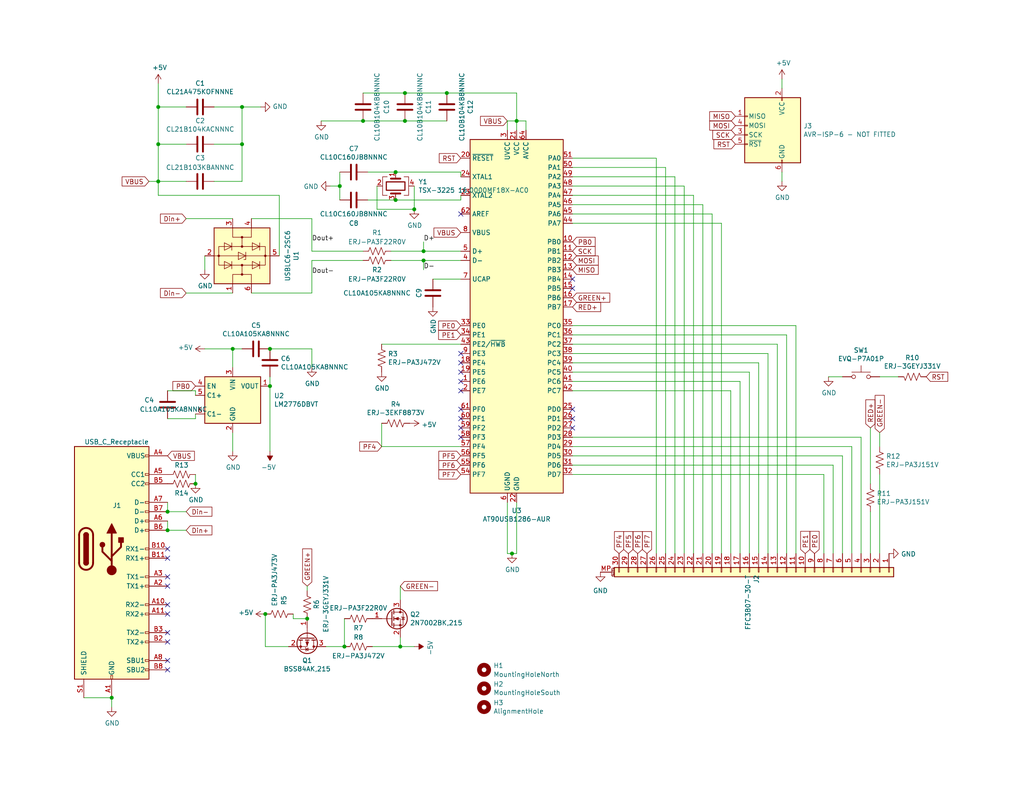
<source format=kicad_sch>
(kicad_sch (version 20211123) (generator eeschema)
  (paper "USLetter")
  (lib_symbols
    (symbol "Connector:AVR-ISP-6" (pin_names (offset 1.016))
      (property "Reference" "J" (at -6.35 11.43 0))
      (property "Value" "AVR-ISP-6" (at 0 11.43 0))
      (symbol "AVR-ISP-6_1_1"
        (pin passive line (at 10.16 5.08 180) (length 2.54) (name "MISO") (number "1"))
        (pin passive line (at -2.54 12.7 270) (length 2.54) (name "VCC") (number "2"))
        (pin passive line (at 10.16 0 180) (length 2.54) (name "SCK") (number "3"))
        (pin passive line (at 10.16 2.54 180) (length 2.54) (name "MOSI") (number "4"))
        (pin passive line (at 10.16 -2.54 180) (length 2.54) (name "~{RST}") (number "5"))
        (pin passive line (at -2.54 -10.16 90) (length 2.54) (name "GND") (number "6"))
      )
    )
    (symbol "Connector:USB_C_Receptacle" (pin_names (offset 1.016))
      (property "Reference" "J" (at -10.16 29.21 0))
      (property "Value" "USB_C_Receptacle" (at 10.16 29.21 0))
      (symbol "USB_C_Receptacle_1_1"
        (pin passive line (at 0 -40.64 90) (length 5.08) (name "GND") (number "A1"))
        (pin bidirectional line (at 15.24 -15.24 180) (length 5.08) (name "RX2-") (number "A10"))
        (pin bidirectional line (at 15.24 -17.78 180) (length 5.08) (name "RX2+") (number "A11"))
        (pin passive line (at 0 -40.64 90) (length 5.08) hide (name "GND") (number "A12"))
        (pin bidirectional line (at 15.24 -10.16 180) (length 5.08) (name "TX1+") (number "A2"))
        (pin bidirectional line (at 15.24 -7.62 180) (length 5.08) (name "TX1-") (number "A3"))
        (pin passive line (at 15.24 25.4 180) (length 5.08) (name "VBUS") (number "A4"))
        (pin bidirectional line (at 15.24 20.32 180) (length 5.08) (name "CC1") (number "A5"))
        (pin bidirectional line (at 15.24 7.62 180) (length 5.08) (name "D+") (number "A6"))
        (pin bidirectional line (at 15.24 12.7 180) (length 5.08) (name "D-") (number "A7"))
        (pin bidirectional line (at 15.24 -30.48 180) (length 5.08) (name "SBU1") (number "A8"))
        (pin passive line (at 15.24 25.4 180) (length 5.08) hide (name "VBUS") (number "A9"))
        (pin passive line (at 0 -40.64 90) (length 5.08) hide (name "GND") (number "B1"))
        (pin bidirectional line (at 15.24 0 180) (length 5.08) (name "RX1-") (number "B10"))
        (pin bidirectional line (at 15.24 -2.54 180) (length 5.08) (name "RX1+") (number "B11"))
        (pin passive line (at 0 -40.64 90) (length 5.08) hide (name "GND") (number "B12"))
        (pin bidirectional line (at 15.24 -25.4 180) (length 5.08) (name "TX2+") (number "B2"))
        (pin bidirectional line (at 15.24 -22.86 180) (length 5.08) (name "TX2-") (number "B3"))
        (pin passive line (at 15.24 25.4 180) (length 5.08) hide (name "VBUS") (number "B4"))
        (pin bidirectional line (at 15.24 17.78 180) (length 5.08) (name "CC2") (number "B5"))
        (pin bidirectional line (at 15.24 5.08 180) (length 5.08) (name "D+") (number "B6"))
        (pin bidirectional line (at 15.24 10.16 180) (length 5.08) (name "D-") (number "B7"))
        (pin bidirectional line (at 15.24 -33.02 180) (length 5.08) (name "SBU2") (number "B8"))
        (pin passive line (at 15.24 25.4 180) (length 5.08) hide (name "VBUS") (number "B9"))
        (pin passive line (at -7.62 -40.64 90) (length 5.08) (name "SHIELD") (number "S1"))
      )
    )
    (symbol "Connector_Generic_MountingPin:Conn_01x30_MountingPin" (pin_names (offset 1.016) hide)
      (property "Reference" "J" (at 0 38.1 0))
      (property "Value" "Conn_01x30_MountingPin" (at 1.27 -40.64 0))
      (symbol "Conn_01x30_MountingPin_1_1"
        (text "Mounting" (at 0 -39.751 0) (effects (font (size 0.381 0.381))))
        (pin passive line (at -5.08 35.56 0) (length 3.81) (name "Pin_1") (number "1"))
        (pin passive line (at -5.08 12.7 0) (length 3.81) (name "Pin_10") (number "10"))
        (pin passive line (at -5.08 10.16 0) (length 3.81) (name "Pin_11") (number "11"))
        (pin passive line (at -5.08 7.62 0) (length 3.81) (name "Pin_12") (number "12"))
        (pin passive line (at -5.08 5.08 0) (length 3.81) (name "Pin_13") (number "13"))
        (pin passive line (at -5.08 2.54 0) (length 3.81) (name "Pin_14") (number "14"))
        (pin passive line (at -5.08 0 0) (length 3.81) (name "Pin_15") (number "15"))
        (pin passive line (at -5.08 -2.54 0) (length 3.81) (name "Pin_16") (number "16"))
        (pin passive line (at -5.08 -5.08 0) (length 3.81) (name "Pin_17") (number "17"))
        (pin passive line (at -5.08 -7.62 0) (length 3.81) (name "Pin_18") (number "18"))
        (pin passive line (at -5.08 -10.16 0) (length 3.81) (name "Pin_19") (number "19"))
        (pin passive line (at -5.08 33.02 0) (length 3.81) (name "Pin_2") (number "2"))
        (pin passive line (at -5.08 -12.7 0) (length 3.81) (name "Pin_20") (number "20"))
        (pin passive line (at -5.08 -15.24 0) (length 3.81) (name "Pin_21") (number "21"))
        (pin passive line (at -5.08 -17.78 0) (length 3.81) (name "Pin_22") (number "22"))
        (pin passive line (at -5.08 -20.32 0) (length 3.81) (name "Pin_23") (number "23"))
        (pin passive line (at -5.08 -22.86 0) (length 3.81) (name "Pin_24") (number "24"))
        (pin passive line (at -5.08 -25.4 0) (length 3.81) (name "Pin_25") (number "25"))
        (pin passive line (at -5.08 -27.94 0) (length 3.81) (name "Pin_26") (number "26"))
        (pin passive line (at -5.08 -30.48 0) (length 3.81) (name "Pin_27") (number "27"))
        (pin passive line (at -5.08 -33.02 0) (length 3.81) (name "Pin_28") (number "28"))
        (pin passive line (at -5.08 -35.56 0) (length 3.81) (name "Pin_29") (number "29"))
        (pin passive line (at -5.08 30.48 0) (length 3.81) (name "Pin_3") (number "3"))
        (pin passive line (at -5.08 -38.1 0) (length 3.81) (name "Pin_30") (number "30"))
        (pin passive line (at -5.08 27.94 0) (length 3.81) (name "Pin_4") (number "4"))
        (pin passive line (at -5.08 25.4 0) (length 3.81) (name "Pin_5") (number "5"))
        (pin passive line (at -5.08 22.86 0) (length 3.81) (name "Pin_6") (number "6"))
        (pin passive line (at -5.08 20.32 0) (length 3.81) (name "Pin_7") (number "7"))
        (pin passive line (at -5.08 17.78 0) (length 3.81) (name "Pin_8") (number "8"))
        (pin passive line (at -5.08 15.24 0) (length 3.81) (name "Pin_9") (number "9"))
        (pin passive line (at 0 -43.18 90) (length 3.048) (name "MountPin") (number "MP"))
      )
    )
    (symbol "Device:C" (pin_numbers hide) (pin_names (offset 0.254))
      (property "Reference" "C" (at 0.635 2.54 0))
      (property "Value" "C" (at 0.635 -2.54 0))
      (symbol "C_1_1"
        (pin passive line (at 0 3.81 270) (length 2.794) (name "~") (number "1"))
        (pin passive line (at 0 -3.81 90) (length 2.794) (name "~") (number "2"))
      )
    )
    (symbol "Device:Crystal_GND24" (pin_names (offset 1.016) hide)
      (property "Reference" "Y" (at 3.175 5.08 0))
      (property "Value" "Crystal_GND24" (at 3.175 3.175 0))
      (symbol "Crystal_GND24_1_1"
        (pin passive line (at -3.81 0 0) (length 1.27) (name "1") (number "1"))
        (pin passive line (at 0 5.08 270) (length 1.27) (name "2") (number "2"))
        (pin passive line (at 3.81 0 180) (length 1.27) (name "3") (number "3"))
        (pin passive line (at 0 -5.08 90) (length 1.27) (name "4") (number "4"))
      )
    )
    (symbol "Device:R_US" (pin_numbers hide) (pin_names (offset 0))
      (property "Reference" "R" (at 2.54 0 90))
      (property "Value" "R_US" (at -2.54 0 90))
      (symbol "R_US_1_1"
        (pin passive line (at 0 3.81 270) (length 1.27) (name "~") (number "1"))
        (pin passive line (at 0 -3.81 90) (length 1.27) (name "~") (number "2"))
      )
    )
    (symbol "MCU_Microchip_AVR:AT90USB1286-A"
      (property "Reference" "U" (at -12.7 49.53 0))
      (property "Value" "AT90USB1286-A" (at 2.54 -49.53 0))
      (symbol "AT90USB1286-A_1_1"
        (pin bidirectional line (at -15.24 -17.78 0) (length 2.54) (name "PE6") (number "1"))
        (pin bidirectional line (at 15.24 20.32 180) (length 2.54) (name "PB0") (number "10"))
        (pin bidirectional line (at 15.24 17.78 180) (length 2.54) (name "PB1") (number "11"))
        (pin bidirectional line (at 15.24 15.24 180) (length 2.54) (name "PB2") (number "12"))
        (pin bidirectional line (at 15.24 12.7 180) (length 2.54) (name "PB3") (number "13"))
        (pin bidirectional line (at 15.24 10.16 180) (length 2.54) (name "PB4") (number "14"))
        (pin bidirectional line (at 15.24 7.62 180) (length 2.54) (name "PB5") (number "15"))
        (pin bidirectional line (at 15.24 5.08 180) (length 2.54) (name "PB6") (number "16"))
        (pin bidirectional line (at 15.24 2.54 180) (length 2.54) (name "PB7") (number "17"))
        (pin bidirectional line (at -15.24 -12.7 0) (length 2.54) (name "PE4") (number "18"))
        (pin bidirectional line (at -15.24 -15.24 0) (length 2.54) (name "PE5") (number "19"))
        (pin bidirectional line (at -15.24 -20.32 0) (length 2.54) (name "PE7") (number "2"))
        (pin input line (at -15.24 43.18 0) (length 2.54) (name "~{RESET}") (number "20"))
        (pin power_in line (at 0 50.8 270) (length 2.54) (name "VCC") (number "21"))
        (pin power_in line (at 0 -50.8 90) (length 2.54) (name "GND") (number "22"))
        (pin output line (at -15.24 33.02 0) (length 2.54) (name "XTAL2") (number "23"))
        (pin input line (at -15.24 38.1 0) (length 2.54) (name "XTAL1") (number "24"))
        (pin bidirectional line (at 15.24 -25.4 180) (length 2.54) (name "PD0") (number "25"))
        (pin bidirectional line (at 15.24 -27.94 180) (length 2.54) (name "PD1") (number "26"))
        (pin bidirectional line (at 15.24 -30.48 180) (length 2.54) (name "PD2") (number "27"))
        (pin bidirectional line (at 15.24 -33.02 180) (length 2.54) (name "PD3") (number "28"))
        (pin bidirectional line (at 15.24 -35.56 180) (length 2.54) (name "PD4") (number "29"))
        (pin power_in line (at -2.54 50.8 270) (length 2.54) (name "UVCC") (number "3"))
        (pin bidirectional line (at 15.24 -38.1 180) (length 2.54) (name "PD5") (number "30"))
        (pin bidirectional line (at 15.24 -40.64 180) (length 2.54) (name "PD6") (number "31"))
        (pin bidirectional line (at 15.24 -43.18 180) (length 2.54) (name "PD7") (number "32"))
        (pin bidirectional line (at -15.24 -2.54 0) (length 2.54) (name "PE0") (number "33"))
        (pin bidirectional line (at -15.24 -5.08 0) (length 2.54) (name "PE1") (number "34"))
        (pin bidirectional line (at 15.24 -2.54 180) (length 2.54) (name "PC0") (number "35"))
        (pin bidirectional line (at 15.24 -5.08 180) (length 2.54) (name "PC1") (number "36"))
        (pin bidirectional line (at 15.24 -7.62 180) (length 2.54) (name "PC2") (number "37"))
        (pin bidirectional line (at 15.24 -10.16 180) (length 2.54) (name "PC3") (number "38"))
        (pin bidirectional line (at 15.24 -12.7 180) (length 2.54) (name "PC4") (number "39"))
        (pin bidirectional line (at -15.24 15.24 0) (length 2.54) (name "D-") (number "4"))
        (pin bidirectional line (at 15.24 -15.24 180) (length 2.54) (name "PC5") (number "40"))
        (pin bidirectional line (at 15.24 -17.78 180) (length 2.54) (name "PC6") (number "41"))
        (pin bidirectional line (at 15.24 -20.32 180) (length 2.54) (name "PC7") (number "42"))
        (pin bidirectional line (at -15.24 -7.62 0) (length 2.54) (name "PE2/~{HWB}") (number "43"))
        (pin bidirectional line (at 15.24 25.4 180) (length 2.54) (name "PA7") (number "44"))
        (pin bidirectional line (at 15.24 27.94 180) (length 2.54) (name "PA6") (number "45"))
        (pin bidirectional line (at 15.24 30.48 180) (length 2.54) (name "PA5") (number "46"))
        (pin bidirectional line (at 15.24 33.02 180) (length 2.54) (name "PA4") (number "47"))
        (pin bidirectional line (at 15.24 35.56 180) (length 2.54) (name "PA3") (number "48"))
        (pin bidirectional line (at 15.24 38.1 180) (length 2.54) (name "PA2") (number "49"))
        (pin bidirectional line (at -15.24 17.78 0) (length 2.54) (name "D+") (number "5"))
        (pin bidirectional line (at 15.24 40.64 180) (length 2.54) (name "PA1") (number "50"))
        (pin bidirectional line (at 15.24 43.18 180) (length 2.54) (name "PA0") (number "51"))
        (pin passive line (at 0 50.8 270) (length 2.54) hide (name "VCC") (number "52"))
        (pin passive line (at 0 -50.8 90) (length 2.54) hide (name "GND") (number "53"))
        (pin bidirectional line (at -15.24 -43.18 0) (length 2.54) (name "PF7") (number "54"))
        (pin bidirectional line (at -15.24 -40.64 0) (length 2.54) (name "PF6") (number "55"))
        (pin bidirectional line (at -15.24 -38.1 0) (length 2.54) (name "PF5") (number "56"))
        (pin bidirectional line (at -15.24 -35.56 0) (length 2.54) (name "PF4") (number "57"))
        (pin bidirectional line (at -15.24 -33.02 0) (length 2.54) (name "PF3") (number "58"))
        (pin bidirectional line (at -15.24 -30.48 0) (length 2.54) (name "PF2") (number "59"))
        (pin power_in line (at -2.54 -50.8 90) (length 2.54) (name "UGND") (number "6"))
        (pin bidirectional line (at -15.24 -27.94 0) (length 2.54) (name "PF1") (number "60"))
        (pin bidirectional line (at -15.24 -25.4 0) (length 2.54) (name "PF0") (number "61"))
        (pin passive line (at -15.24 27.94 0) (length 2.54) (name "AREF") (number "62"))
        (pin passive line (at 0 -50.8 90) (length 2.54) hide (name "GND") (number "63"))
        (pin power_in line (at 2.54 50.8 270) (length 2.54) (name "AVCC") (number "64"))
        (pin passive line (at -15.24 10.16 0) (length 2.54) (name "UCAP") (number "7"))
        (pin input line (at -15.24 22.86 0) (length 2.54) (name "VBUS") (number "8"))
        (pin bidirectional line (at -15.24 -10.16 0) (length 2.54) (name "PE3") (number "9"))
      )
    )
    (symbol "Mechanical:MountingHole" (pin_names (offset 1.016))
      (property "Reference" "H" (at 0 5.08 0))
      (property "Value" "MountingHole" (at 0 3.175 0))
    )
    (symbol "Power_Protection:USBLC6-2SC6" (pin_names hide)
      (property "Reference" "U" (at 2.54 8.89 0))
      (property "Value" "USBLC6-2SC6" (at 2.54 -8.89 0))
      (symbol "USBLC6-2SC6_1_1"
        (pin passive line (at -10.16 -2.54 0) (length 2.54) (name "I/O1") (number "1"))
        (pin passive line (at 0 -10.16 90) (length 2.54) (name "GND") (number "2"))
        (pin passive line (at 10.16 -2.54 180) (length 2.54) (name "I/O2") (number "3"))
        (pin passive line (at 10.16 2.54 180) (length 2.54) (name "I/O2") (number "4"))
        (pin passive line (at 0 10.16 270) (length 2.54) (name "VBUS") (number "5"))
        (pin passive line (at -10.16 2.54 0) (length 2.54) (name "I/O1") (number "6"))
      )
    )
    (symbol "Regulator_SwitchedCapacitor:LM2776"
      (property "Reference" "U" (at -6.35 6.35 0))
      (property "Value" "LM2776" (at 1.27 6.35 0))
      (symbol "LM2776_1_1"
        (pin power_out line (at 10.16 2.54 180) (length 2.54) (name "VOUT") (number "1"))
        (pin power_in line (at 0 -10.16 90) (length 2.54) (name "GND") (number "2"))
        (pin power_in line (at 0 7.62 270) (length 2.54) (name "VIN") (number "3"))
        (pin input line (at -10.16 2.54 0) (length 2.54) (name "EN") (number "4"))
        (pin passive line (at -10.16 0 0) (length 2.54) (name "C1+") (number "5"))
        (pin passive line (at -10.16 -5.08 0) (length 2.54) (name "C1-") (number "6"))
      )
    )
    (symbol "Switch:SW_Push" (pin_numbers hide) (pin_names (offset 1.016) hide)
      (property "Reference" "SW" (at 1.27 2.54 0))
      (property "Value" "SW_Push" (at 0 -1.524 0))
      (symbol "SW_Push_0_1"
        (pin passive line (at -5.08 0 0) (length 2.54) (name "1") (number "1"))
        (pin passive line (at 5.08 0 180) (length 2.54) (name "2") (number "2"))
      )
    )
    (symbol "Transistor_FET:2N7002" (pin_names hide)
      (property "Reference" "Q" (at 5.08 1.905 0))
      (property "Value" "2N7002" (at 5.08 0 0))
      (symbol "2N7002_1_1"
        (pin input line (at -5.08 0 0) (length 2.54) (name "G") (number "1"))
        (pin passive line (at 2.54 -5.08 90) (length 2.54) (name "S") (number "2"))
        (pin passive line (at 2.54 5.08 270) (length 2.54) (name "D") (number "3"))
      )
    )
    (symbol "Transistor_FET:BSS84" (pin_names hide)
      (property "Reference" "Q" (at 5.08 1.905 0))
      (property "Value" "BSS84" (at 5.08 0 0))
      (symbol "BSS84_1_1"
        (pin input line (at -5.08 0 0) (length 2.54) (name "G") (number "1"))
        (pin passive line (at 2.54 -5.08 90) (length 2.54) (name "S") (number "2"))
        (pin passive line (at 2.54 5.08 270) (length 2.54) (name "D") (number "3"))
      )
    )
    (symbol "power:+5V" (power) (pin_names (offset 0))
      (property "Value" "+5V" (at 0 3.556 0))
      (symbol "+5V_1_1"
        (pin power_in line (at 0 0 90) (length 0) hide (name "+5V") (number "1"))
      )
    )
    (symbol "power:-5V" (power) (pin_names (offset 0))
      (property "Value" "-5V" (at 0 3.81 0))
      (symbol "-5V_0_0"
        (pin power_in line (at 0 0 90) (length 0) hide (name "-5V") (number "1"))
      )
    )
    (symbol "power:GND" (power) (pin_names (offset 0))
      (property "Value" "GND" (at 0 -3.81 0))
      (symbol "GND_1_1"
        (pin power_in line (at 0 0 270) (length 0) hide (name "GND") (number "1"))
      )
    )
  )
  (junction (at 53.34 132.08))
  (junction (at 121.92 25.4))
  (junction (at 115.57 68.58))
  (junction (at 72.39 167.64))
  (junction (at 113.03 57.15))
  (junction (at 92.71 50.8))
  (junction (at 66.04 29.21))
  (junction (at 107.95 54.61))
  (junction (at 45.72 139.7))
  (junction (at 30.48 190.5))
  (junction (at 83.82 168.91))
  (junction (at 107.95 46.99))
  (junction (at 66.04 39.37))
  (junction (at 109.22 176.53))
  (junction (at 63.5 95.25))
  (junction (at 115.57 71.12))
  (junction (at 110.49 25.4))
  (junction (at 99.06 33.02))
  (junction (at 43.18 39.37))
  (junction (at 43.18 29.21))
  (junction (at 43.18 49.53))
  (junction (at 73.66 95.25))
  (junction (at 73.66 105.41))
  (junction (at 110.49 33.02))
  (junction (at 140.97 33.02))
  (junction (at 139.7 151.13))
  (junction (at 45.72 144.78))
  (junction (at 93.98 176.53))
  (no_connect (at 45.72 149.86))
  (no_connect (at 45.72 152.4))
  (no_connect (at 45.72 165.1))
  (no_connect (at 156.21 116.84))
  (no_connect (at 125.73 101.6))
  (no_connect (at 156.21 111.76))
  (no_connect (at 125.73 119.38))
  (no_connect (at 156.21 78.74))
  (no_connect (at 125.73 111.76))
  (no_connect (at 125.73 116.84))
  (no_connect (at 125.73 96.52))
  (no_connect (at 45.72 175.26))
  (no_connect (at 45.72 172.72))
  (no_connect (at 45.72 180.34))
  (no_connect (at 45.72 182.88))
  (no_connect (at 45.72 157.48))
  (no_connect (at 45.72 167.64))
  (no_connect (at 45.72 160.02))
  (no_connect (at 156.21 76.2))
  (no_connect (at 125.73 106.68))
  (no_connect (at 125.73 58.42))
  (no_connect (at 156.21 114.3))
  (no_connect (at 125.73 99.06))
  (no_connect (at 125.73 104.14))
  (no_connect (at 125.73 114.3))
  (wire (pts (xy 234.95 119.38) (xy 156.21 119.38)))
  (wire (pts (xy 68.58 59.69) (xy 85.09 59.69)))
  (wire (pts (xy 115.57 66.04) (xy 115.57 68.58)))
  (wire (pts (xy 53.34 114.3) (xy 45.72 114.3)))
  (wire (pts (xy 110.49 33.02) (xy 121.92 33.02)))
  (wire (pts (xy 213.36 21.59) (xy 213.36 24.13)))
  (wire (pts (xy 102.87 57.15) (xy 113.03 57.15)))
  (wire (pts (xy 83.82 161.29) (xy 83.82 160.02)))
  (wire (pts (xy 115.57 68.58) (xy 106.68 68.58)))
  (wire (pts (xy 213.36 49.53) (xy 213.36 46.99)))
  (wire (pts (xy 53.34 132.08) (xy 53.34 129.54)))
  (wire (pts (xy 140.97 137.16) (xy 140.97 151.13)))
  (wire (pts (xy 107.95 46.99) (xy 125.73 46.99)))
  (wire (pts (xy 125.73 46.99) (xy 125.73 48.26)))
  (wire (pts (xy 217.17 151.13) (xy 217.17 88.9)))
  (wire (pts (xy 99.06 33.02) (xy 110.49 33.02)))
  (wire (pts (xy 109.22 176.53) (xy 113.03 176.53)))
  (wire (pts (xy 101.6 176.53) (xy 109.22 176.53)))
  (wire (pts (xy 207.01 99.06) (xy 156.21 99.06)))
  (wire (pts (xy 76.2 53.34) (xy 76.2 69.85)))
  (wire (pts (xy 140.97 33.02) (xy 138.43 33.02)))
  (wire (pts (xy 191.77 55.88) (xy 156.21 55.88)))
  (wire (pts (xy 73.66 123.19) (xy 73.66 105.41)))
  (wire (pts (xy 204.47 101.6) (xy 156.21 101.6)))
  (wire (pts (xy 90.17 50.8) (xy 92.71 50.8)))
  (wire (pts (xy 55.88 69.85) (xy 55.88 73.66)))
  (wire (pts (xy 237.49 116.84) (xy 237.49 132.08)))
  (wire (pts (xy 85.09 95.25) (xy 85.09 100.33)))
  (wire (pts (xy 87.63 33.02) (xy 99.06 33.02)))
  (wire (pts (xy 43.18 49.53) (xy 40.64 49.53)))
  (wire (pts (xy 186.69 151.13) (xy 186.69 50.8)))
  (wire (pts (xy 50.8 80.01) (xy 63.5 80.01)))
  (wire (pts (xy 201.93 151.13) (xy 201.93 104.14)))
  (wire (pts (xy 83.82 168.91) (xy 80.01 168.91)))
  (wire (pts (xy 181.61 45.72) (xy 156.21 45.72)))
  (wire (pts (xy 104.14 115.57) (xy 104.14 121.92)))
  (wire (pts (xy 85.09 80.01) (xy 85.09 71.12)))
  (wire (pts (xy 196.85 60.96) (xy 156.21 60.96)))
  (wire (pts (xy 194.31 151.13) (xy 194.31 58.42)))
  (wire (pts (xy 63.5 100.33) (xy 63.5 95.25)))
  (wire (pts (xy 68.58 80.01) (xy 85.09 80.01)))
  (wire (pts (xy 125.73 54.61) (xy 125.73 53.34)))
  (wire (pts (xy 138.43 33.02) (xy 138.43 35.56)))
  (wire (pts (xy 43.18 49.53) (xy 43.18 53.34)))
  (wire (pts (xy 88.9 176.53) (xy 93.98 176.53)))
  (wire (pts (xy 237.49 139.7) (xy 237.49 151.13)))
  (wire (pts (xy 45.72 144.78) (xy 50.8 144.78)))
  (wire (pts (xy 66.04 39.37) (xy 66.04 29.21)))
  (wire (pts (xy 85.09 59.69) (xy 85.09 68.58)))
  (wire (pts (xy 93.98 168.91) (xy 93.98 176.53)))
  (wire (pts (xy 78.74 176.53) (xy 72.39 176.53)))
  (wire (pts (xy 45.72 142.24) (xy 45.72 144.78)))
  (wire (pts (xy 199.39 106.68) (xy 156.21 106.68)))
  (wire (pts (xy 196.85 151.13) (xy 196.85 60.96)))
  (wire (pts (xy 115.57 71.12) (xy 115.57 73.66)))
  (wire (pts (xy 212.09 151.13) (xy 212.09 93.98)))
  (wire (pts (xy 209.55 151.13) (xy 209.55 96.52)))
  (wire (pts (xy 232.41 121.92) (xy 156.21 121.92)))
  (wire (pts (xy 104.14 93.98) (xy 125.73 93.98)))
  (wire (pts (xy 214.63 91.44) (xy 156.21 91.44)))
  (wire (pts (xy 22.86 190.5) (xy 30.48 190.5)))
  (wire (pts (xy 240.03 121.92) (xy 240.03 118.11)))
  (wire (pts (xy 138.43 151.13) (xy 139.7 151.13)))
  (wire (pts (xy 179.07 151.13) (xy 179.07 43.18)))
  (wire (pts (xy 184.15 48.26) (xy 156.21 48.26)))
  (wire (pts (xy 204.47 151.13) (xy 204.47 101.6)))
  (wire (pts (xy 106.68 71.12) (xy 115.57 71.12)))
  (wire (pts (xy 140.97 151.13) (xy 139.7 151.13)))
  (wire (pts (xy 191.77 151.13) (xy 191.77 55.88)))
  (wire (pts (xy 232.41 151.13) (xy 232.41 121.92)))
  (wire (pts (xy 58.42 39.37) (xy 66.04 39.37)))
  (wire (pts (xy 184.15 151.13) (xy 184.15 48.26)))
  (wire (pts (xy 143.51 33.02) (xy 140.97 33.02)))
  (wire (pts (xy 109.22 176.53) (xy 109.22 173.99)))
  (wire (pts (xy 102.87 50.8) (xy 102.87 57.15)))
  (wire (pts (xy 138.43 137.16) (xy 138.43 151.13)))
  (wire (pts (xy 189.23 151.13) (xy 189.23 53.34)))
  (wire (pts (xy 45.72 137.16) (xy 45.72 139.7)))
  (wire (pts (xy 240.03 151.13) (xy 240.03 129.54)))
  (wire (pts (xy 53.34 113.03) (xy 53.34 114.3)))
  (wire (pts (xy 224.79 151.13) (xy 224.79 129.54)))
  (wire (pts (xy 109.22 163.83) (xy 109.22 160.02)))
  (wire (pts (xy 224.79 129.54) (xy 156.21 129.54)))
  (wire (pts (xy 207.01 151.13) (xy 207.01 99.06)))
  (wire (pts (xy 53.34 107.95) (xy 53.34 106.68)))
  (wire (pts (xy 73.66 105.41) (xy 73.66 102.87)))
  (wire (pts (xy 72.39 176.53) (xy 72.39 167.64)))
  (wire (pts (xy 118.11 76.2) (xy 125.73 76.2)))
  (wire (pts (xy 199.39 151.13) (xy 199.39 106.68)))
  (wire (pts (xy 66.04 49.53) (xy 66.04 39.37)))
  (wire (pts (xy 43.18 22.86) (xy 43.18 29.21)))
  (wire (pts (xy 110.49 25.4) (xy 121.92 25.4)))
  (wire (pts (xy 99.06 25.4) (xy 110.49 25.4)))
  (wire (pts (xy 234.95 151.13) (xy 234.95 119.38)))
  (wire (pts (xy 209.55 96.52) (xy 156.21 96.52)))
  (wire (pts (xy 92.71 50.8) (xy 92.71 46.99)))
  (wire (pts (xy 186.69 50.8) (xy 156.21 50.8)))
  (wire (pts (xy 63.5 123.19) (xy 63.5 118.11)))
  (wire (pts (xy 121.92 25.4) (xy 140.97 25.4)))
  (wire (pts (xy 50.8 49.53) (xy 43.18 49.53)))
  (wire (pts (xy 53.34 106.68) (xy 45.72 106.68)))
  (wire (pts (xy 143.51 33.02) (xy 143.51 35.56)))
  (wire (pts (xy 140.97 25.4) (xy 140.97 33.02)))
  (wire (pts (xy 43.18 29.21) (xy 43.18 39.37)))
  (wire (pts (xy 227.33 151.13) (xy 227.33 127)))
  (wire (pts (xy 194.31 58.42) (xy 156.21 58.42)))
  (wire (pts (xy 63.5 95.25) (xy 66.04 95.25)))
  (wire (pts (xy 240.03 102.87) (xy 245.11 102.87)))
  (wire (pts (xy 45.72 139.7) (xy 50.8 139.7)))
  (wire (pts (xy 140.97 33.02) (xy 140.97 35.56)))
  (wire (pts (xy 201.93 104.14) (xy 156.21 104.14)))
  (wire (pts (xy 85.09 71.12) (xy 99.06 71.12)))
  (wire (pts (xy 50.8 59.69) (xy 63.5 59.69)))
  (wire (pts (xy 115.57 71.12) (xy 125.73 71.12)))
  (wire (pts (xy 113.03 57.15) (xy 113.03 50.8)))
  (wire (pts (xy 217.17 88.9) (xy 156.21 88.9)))
  (wire (pts (xy 85.09 68.58) (xy 99.06 68.58)))
  (wire (pts (xy 229.87 124.46) (xy 229.87 151.13)))
  (wire (pts (xy 73.66 95.25) (xy 85.09 95.25)))
  (wire (pts (xy 92.71 50.8) (xy 92.71 54.61)))
  (wire (pts (xy 107.95 54.61) (xy 100.33 54.61)))
  (wire (pts (xy 55.88 95.25) (xy 63.5 95.25)))
  (wire (pts (xy 107.95 54.61) (xy 125.73 54.61)))
  (wire (pts (xy 58.42 49.53) (xy 66.04 49.53)))
  (wire (pts (xy 76.2 53.34) (xy 43.18 53.34)))
  (wire (pts (xy 125.73 68.58) (xy 115.57 68.58)))
  (wire (pts (xy 156.21 124.46) (xy 229.87 124.46)))
  (wire (pts (xy 58.42 29.21) (xy 66.04 29.21)))
  (wire (pts (xy 43.18 39.37) (xy 43.18 49.53)))
  (wire (pts (xy 181.61 151.13) (xy 181.61 45.72)))
  (wire (pts (xy 104.14 121.92) (xy 125.73 121.92)))
  (wire (pts (xy 66.04 29.21) (xy 71.12 29.21)))
  (wire (pts (xy 50.8 39.37) (xy 43.18 39.37)))
  (wire (pts (xy 80.01 168.91) (xy 80.01 167.64)))
  (wire (pts (xy 189.23 53.34) (xy 156.21 53.34)))
  (wire (pts (xy 43.18 29.21) (xy 50.8 29.21)))
  (wire (pts (xy 107.95 46.99) (xy 100.33 46.99)))
  (wire (pts (xy 227.33 127) (xy 156.21 127)))
  (wire (pts (xy 179.07 43.18) (xy 156.21 43.18)))
  (wire (pts (xy 214.63 151.13) (xy 214.63 91.44)))
  (wire (pts (xy 212.09 93.98) (xy 156.21 93.98)))
  (wire (pts (xy 229.87 102.87) (xy 226.06 102.87)))
  (wire (pts (xy 30.48 190.5) (xy 30.48 193.04)))
  (label "D+" (at 115.57 66.04 0))
  (label "D-" (at 115.57 73.66 0))
  (label "Dout-" (at 85.09 74.93 0))
  (label "Dout+" (at 85.09 66.04 0))
  (global_label "PF6" (shape input) (at 125.73 127 180) (property "Intersheet References" "${INTERSHEET_REFS}" (effects hide)))
  (global_label "PF5" (shape input) (at 171.45 151.13 90) (property "Intersheet References" "${INTERSHEET_REFS}" (effects hide)))
  (global_label "SCK" (shape input) (at 200.66 36.83 180) (property "Intersheet References" "${INTERSHEET_REFS}" (effects hide)))
  (global_label "MISO" (shape input) (at 200.66 31.75 180) (property "Intersheet References" "${INTERSHEET_REFS}" (effects hide)))
  (global_label "PB0" (shape input) (at 53.34 105.41 180) (property "Intersheet References" "${INTERSHEET_REFS}" (effects hide)))
  (global_label "Din+" (shape input) (at 50.8 144.78 0) (property "Intersheet References" "${INTERSHEET_REFS}" (effects hide)))
  (global_label "Din-" (shape input) (at 50.8 80.01 180) (property "Intersheet References" "${INTERSHEET_REFS}" (effects hide)))
  (global_label "SCK" (shape input) (at 156.21 68.58 0) (property "Intersheet References" "${INTERSHEET_REFS}" (effects hide)))
  (global_label "RED+" (shape input) (at 156.21 83.82 0) (property "Intersheet References" "${INTERSHEET_REFS}" (effects hide)))
  (global_label "RST" (shape input) (at 125.73 43.18 180) (property "Intersheet References" "${INTERSHEET_REFS}" (effects hide)))
  (global_label "PF4" (shape input) (at 104.14 121.92 180) (property "Intersheet References" "${INTERSHEET_REFS}" (effects hide)))
  (global_label "RED+" (shape input) (at 237.49 116.84 90) (property "Intersheet References" "${INTERSHEET_REFS}" (effects hide)))
  (global_label "VBUS" (shape input) (at 40.64 49.53 180) (property "Intersheet References" "${INTERSHEET_REFS}" (effects hide)))
  (global_label "Din+" (shape input) (at 50.8 59.69 180) (property "Intersheet References" "${INTERSHEET_REFS}" (effects hide)))
  (global_label "VBUS" (shape input) (at 138.43 33.02 180) (property "Intersheet References" "${INTERSHEET_REFS}" (effects hide)))
  (global_label "GREEN-" (shape input) (at 240.03 118.11 90) (property "Intersheet References" "${INTERSHEET_REFS}" (effects hide)))
  (global_label "PB0" (shape input) (at 156.21 66.04 0) (property "Intersheet References" "${INTERSHEET_REFS}" (effects hide)))
  (global_label "RST" (shape input) (at 252.73 102.87 0) (property "Intersheet References" "${INTERSHEET_REFS}" (effects hide)))
  (global_label "PE1" (shape input) (at 219.71 151.13 90) (property "Intersheet References" "${INTERSHEET_REFS}" (effects hide)))
  (global_label "GREEN+" (shape input) (at 156.21 81.28 0) (property "Intersheet References" "${INTERSHEET_REFS}" (effects hide)))
  (global_label "VBUS" (shape input) (at 125.73 63.5 180) (property "Intersheet References" "${INTERSHEET_REFS}" (effects hide)))
  (global_label "PE0" (shape input) (at 222.25 151.13 90) (property "Intersheet References" "${INTERSHEET_REFS}" (effects hide)))
  (global_label "PF7" (shape input) (at 176.53 151.13 90) (property "Intersheet References" "${INTERSHEET_REFS}" (effects hide)))
  (global_label "PE1" (shape input) (at 125.73 91.44 180) (property "Intersheet References" "${INTERSHEET_REFS}" (effects hide)))
  (global_label "PF7" (shape input) (at 125.73 129.54 180) (property "Intersheet References" "${INTERSHEET_REFS}" (effects hide)))
  (global_label "GREEN+" (shape input) (at 83.82 160.02 90) (property "Intersheet References" "${INTERSHEET_REFS}" (effects hide)))
  (global_label "PF6" (shape input) (at 173.99 151.13 90) (property "Intersheet References" "${INTERSHEET_REFS}" (effects hide)))
  (global_label "PF5" (shape input) (at 125.73 124.46 180) (property "Intersheet References" "${INTERSHEET_REFS}" (effects hide)))
  (global_label "Din-" (shape input) (at 50.8 139.7 0) (property "Intersheet References" "${INTERSHEET_REFS}" (effects hide)))
  (global_label "VBUS" (shape input) (at 45.72 124.46 0) (property "Intersheet References" "${INTERSHEET_REFS}" (effects hide)))
  (global_label "RST" (shape input) (at 200.66 39.37 180) (property "Intersheet References" "${INTERSHEET_REFS}" (effects hide)))
  (global_label "GREEN-" (shape input) (at 109.22 160.02 0) (property "Intersheet References" "${INTERSHEET_REFS}" (effects hide)))
  (global_label "MOSI" (shape input) (at 156.21 71.12 0) (property "Intersheet References" "${INTERSHEET_REFS}" (effects hide)))
  (global_label "PE0" (shape input) (at 125.73 88.9 180) (property "Intersheet References" "${INTERSHEET_REFS}" (effects hide)))
  (global_label "MISO" (shape input) (at 156.21 73.66 0) (property "Intersheet References" "${INTERSHEET_REFS}" (effects hide)))
  (global_label "MOSI" (shape input) (at 200.66 34.29 180) (property "Intersheet References" "${INTERSHEET_REFS}" (effects hide)))
  (global_label "PF4" (shape input) (at 168.91 151.13 90) (property "Intersheet References" "${INTERSHEET_REFS}" (effects hide)))
  (symbol (lib_id "MCU_Microchip_AVR:AT90USB1286-A") (at 140.97 86.36 0) (unit 1)
    (property "Reference" "U3" (at 140.97 139.4206 0))
    (property "Value" "AT90USB1286-AUR" (at 140.97 141.732 0))
    (property "Footprint" "Package_QFP:TQFP-64_14x14mm_P0.8mm" (effects hide))
    (property "Datasheet" "http://ww1.microchip.com/downloads/en/DeviceDoc/doc7593.pdf" (effects hide))
    (property "MPN" "AT90USB1286-AUR" (effects hide))
  )
  (symbol (lib_id "Connector:AVR-ISP-6") (at 210.82 36.83 0) (mirror y) (unit 1) (in_bom no)
    (property "Reference" "J3" (at 219.202 34.3916 0) (effects (justify right)))
    (property "Value" "AVR-ISP-6 - NOT FITTED" (at 219.202 36.703 0) (effects (justify right)))
    (property "Footprint" "Connector_IDC:IDC-Header_2x03_P2.54mm_Vertical" (effects hide))
    (property "Datasheet" " ~" (effects hide))
    (property "MPN" "AVR-ISP-6 - NOT FITTED" (effects hide))
  )
  (symbol (lib_id "Connector:USB_C_Receptacle") (at 30.48 149.86 0) (unit 1)
    (property "Reference" "J1" (at 31.9278 137.9982 0))
    (property "Value" "USB_C_Receptacle" (at 40.64 120.65 0) (effects (justify right)))
    (property "Footprint" "Connector_USB:USB_C_Receptacle_Amphenol_12401610E4-2A" (effects hide))
    (property "Datasheet" "https://cdn.amphenol-cs.com/media/wysiwyg/files/drawing/c12401610_c.pdf" (effects hide))
    (property "MPN" "12401610E4#2A" (effects hide))
    (property "Notes" "USB C port" (effects hide))
  )
  (symbol (lib_id "Device:R_US") (at 102.87 68.58 270) (unit 1)
    (property "Reference" "R1" (at 102.87 63.5 90))
    (property "Value" "ERJ-PA3F22R0V" (at 102.87 66.04 90))
    (property "Footprint" "Resistor_SMD:R_0603_1608Metric" (effects hide))
    (property "MPN" "ERJ-PA3F22R0V" (effects hide))
    (property "Notes" "22Ohm" (effects hide))
  )
  (symbol (lib_id "Device:R_US") (at 102.87 71.12 270) (unit 1)
    (property "Reference" "R2" (at 102.87 73.66 90))
    (property "Value" "ERJ-PA3F22R0V" (at 102.87 76.2 90))
    (property "Footprint" "Resistor_SMD:R_0603_1608Metric" (effects hide))
    (property "Datasheet" "https://industrial.panasonic.com/cdbs/www-data/pdf/RDO0000/AOA0000C331.pdf" (effects hide))
    (property "MPN" "ERJ-PA3F22R0V" (effects hide))
    (property "Notes" "22Ohm" (effects hide))
  )
  (symbol (lib_id "power:GND") (at 139.7 151.13 0) (unit 1)
    (property "Reference" "#PWR013" (effects hide))
    (property "Value" "GND" (at 139.827 155.5242 0))
  )
  (symbol (lib_id "power:GND") (at 55.88 73.66 0) (unit 1)
    (property "Reference" "#PWR01" (effects hide))
    (property "Value" "GND" (at 56.007 78.0542 0))
  )
  (symbol (lib_id "Device:C") (at 96.52 46.99 270) (unit 1)
    (property "Reference" "C7" (at 96.52 40.5892 90))
    (property "Value" "CL10C160JB8NNNC" (at 96.52 42.9006 90))
    (property "Footprint" "Capacitor_SMD:C_0603_1608Metric" (effects hide))
    (property "MPN" "CL10C160JB8NNNC" (effects hide))
    (property "Notes" "16pF" (effects hide))
  )
  (symbol (lib_id "Device:C") (at 96.52 54.61 270) (unit 1)
    (property "Reference" "C8" (at 96.52 60.96 90))
    (property "Value" "CL10C160JB8NNNC" (at 96.52 58.42 90))
    (property "Footprint" "Capacitor_SMD:C_0603_1608Metric" (effects hide))
    (property "MPN" "CL10C160JB8NNNC" (effects hide))
    (property "Notes" "16pF" (effects hide))
  )
  (symbol (lib_id "power:GND") (at 90.17 50.8 270) (unit 1)
    (property "Reference" "#PWR06" (effects hide))
    (property "Value" "GND" (at 86.9188 50.927 90) (effects (justify right)))
  )
  (symbol (lib_id "power:GND") (at 118.11 83.82 0) (unit 1)
    (property "Reference" "#PWR012" (effects hide))
    (property "Value" "GND" (at 118.237 87.0712 90) (effects (justify right)))
  )
  (symbol (lib_id "Device:C") (at 118.11 80.01 0) (unit 1)
    (property "Reference" "C9" (at 114.3 80.01 90))
    (property "Value" "CL10A105KA8NNNC" (at 102.87 80.01 0))
    (property "Footprint" "Capacitor_SMD:C_0603_1608Metric" (effects hide))
    (property "MPN" "CL10A105KA8NNNC" (effects hide))
    (property "Notes" "1uF" (effects hide))
  )
  (symbol (lib_id "power:GND") (at 71.12 29.21 90) (unit 1)
    (property "Reference" "#PWR03" (effects hide))
    (property "Value" "GND" (at 74.3712 29.083 90) (effects (justify right)))
  )
  (symbol (lib_id "power:+5V") (at 43.18 22.86 0) (unit 1)
    (property "Reference" "#PWR02" (effects hide))
    (property "Value" "+5V" (at 43.561 18.4658 0))
  )
  (symbol (lib_id "Device:C") (at 54.61 29.21 270) (unit 1)
    (property "Reference" "C1" (at 54.61 22.733 90))
    (property "Value" "CL21A475KOFNNNE" (at 54.61 25.0444 90))
    (property "Footprint" "Capacitor_SMD:C_0805_2012Metric" (effects hide))
    (property "MPN" "CL21A475KOFNNNE" (effects hide))
    (property "Notes" "4.7uF" (effects hide))
  )
  (symbol (lib_id "Connector_Generic_MountingPin:Conn_01x30_MountingPin") (at 207.01 156.21 270) (unit 1)
    (property "Reference" "J2" (at 206.4004 156.9212 0) (effects (justify left)))
    (property "Value" "FFC3B07-30-T" (at 204.089 156.9212 0) (effects (justify left)))
    (property "Footprint" "Connector_FFC-FPC:TE_3-84952-0_1x30-1MP_P1.0mm_Horizontal" (effects hide))
    (property "Datasheet" "https://gct.co/files/specs/1.0mm-ffc-spec.pdf" (effects hide))
    (property "MPN" "FFC3B07-30-T" (effects hide))
    (property "Notes" "FFC 30pin" (effects hide))
  )
  (symbol (lib_id "Mechanical:MountingHole") (at 132.08 182.88 0) (unit 1) (in_bom no)
    (property "Reference" "H1" (at 134.62 181.7116 0) (effects (justify left)))
    (property "Value" "MountingHoleNorth" (at 134.62 184.15 0) (effects (justify left)))
    (property "Footprint" "MountingHole:MountingHole_2.2mm_M2" (effects hide))
  )
  (symbol (lib_id "Mechanical:MountingHole") (at 132.08 187.96 0) (unit 1) (in_bom no)
    (property "Reference" "H2" (at 134.62 186.7916 0) (effects (justify left)))
    (property "Value" "MountingHoleSouth" (at 134.62 189.103 0) (effects (justify left)))
    (property "Footprint" "MountingHole:MountingHole_2.2mm_M2" (effects hide))
  )
  (symbol (lib_id "power:+5V") (at 213.36 21.59 0) (unit 1)
    (property "Reference" "#PWR015" (effects hide))
    (property "Value" "+5V" (at 213.741 17.1958 0))
  )
  (symbol (lib_id "power:GND") (at 213.36 49.53 0) (unit 1)
    (property "Reference" "#PWR016" (effects hide))
    (property "Value" "GND" (at 213.487 53.9242 0))
  )
  (symbol (lib_id "Mechanical:MountingHole") (at 132.08 193.04 0) (unit 1) (in_bom no)
    (property "Reference" "H3" (at 134.62 191.8716 0) (effects (justify left)))
    (property "Value" "AlignmentHole" (at 134.62 194.183 0) (effects (justify left)))
    (property "Footprint" "MountingHole:MountingHole_3mm" (effects hide))
  )
  (symbol (lib_id "Power_Protection:USBLC6-2SC6") (at 66.04 69.85 270) (mirror x) (unit 1)
    (property "Reference" "U1" (at 80.7974 69.85 0))
    (property "Value" "USBLC6-2SC6" (at 78.486 69.85 0))
    (property "Footprint" "Package_TO_SOT_SMD:SOT-23-6" (effects hide))
    (property "Datasheet" "https://www.st.com/resource/en/datasheet/usblc6-2.pdf" (effects hide))
    (property "MPN" "USBLC6-2SC6" (effects hide))
    (property "Notes" "ESD Protection" (effects hide))
  )
  (symbol (lib_id "Switch:SW_Push") (at 234.95 102.87 0) (unit 1)
    (property "Reference" "SW1" (at 234.95 95.631 0))
    (property "Value" "EVQ-P7A01P" (at 234.95 97.9424 0))
    (property "Footprint" "Button_Switch_SMD:SW_SPST_EVQP7A" (effects hide))
    (property "MPN" "EVQ-P7A01P" (effects hide))
  )
  (symbol (lib_id "Device:C") (at 99.06 29.21 180) (unit 1)
    (property "Reference" "C10" (at 105.4608 29.21 90))
    (property "Value" "CL10B104KB8NNNC" (at 102.87 29.21 90))
    (property "Footprint" "Capacitor_SMD:C_0603_1608Metric" (effects hide))
    (property "Datasheet" "https://media.digikey.com/pdf/Data%20Sheets/Samsung%20PDFs/CL05A104KA5NNNC.pdf" (effects hide))
    (property "MPN" "CL10B104KB8NNNC" (effects hide))
    (property "Notes" "0.1uF" (effects hide))
  )
  (symbol (lib_id "Device:R_US") (at 104.14 97.79 0) (unit 1)
    (property "Reference" "R3" (at 105.8672 96.6216 0) (effects (justify left)))
    (property "Value" "ERJ-PA3J472V" (at 105.8672 98.933 0) (effects (justify left)))
    (property "Footprint" "Resistor_SMD:R_0603_1608Metric" (effects hide))
    (property "MPN" "ERJ-PA3J472V" (effects hide))
    (property "Notes" "4.7kOhm" (effects hide))
  )
  (symbol (lib_id "power:GND") (at 104.14 101.6 0) (unit 1)
    (property "Reference" "#PWR09" (effects hide))
    (property "Value" "GND" (at 104.267 105.9942 0))
  )
  (symbol (lib_id "Device:C") (at 121.92 29.21 180) (unit 1)
    (property "Reference" "C12" (at 128.3208 29.21 90))
    (property "Value" "CL10B104KB8NNNC" (at 126.0094 29.21 90))
    (property "Footprint" "Capacitor_SMD:C_0603_1608Metric" (effects hide))
    (property "Datasheet" "https://media.digikey.com/pdf/Data%20Sheets/Samsung%20PDFs/CL05A104KA5NNNC.pdf" (effects hide))
    (property "MPN" "CL10B104KB8NNNC" (effects hide))
    (property "Notes" "0.1uF" (effects hide))
  )
  (symbol (lib_id "Device:R_US") (at 248.92 102.87 270) (mirror x) (unit 1)
    (property "Reference" "R10" (at 248.92 97.663 90))
    (property "Value" "ERJ-3GEYJ331V" (at 248.92 99.9744 90))
    (property "Footprint" "Resistor_SMD:R_0603_1608Metric" (effects hide))
    (property "MPN" "ERJ-3GEYJ331V" (effects hide))
    (property "Notes" "330Ohm" (effects hide))
  )
  (symbol (lib_id "Device:C") (at 110.49 29.21 180) (unit 1)
    (property "Reference" "C11" (at 116.8908 29.21 90))
    (property "Value" "CL10B104KB8NNNC" (at 114.5794 29.21 90))
    (property "Footprint" "Capacitor_SMD:C_0603_1608Metric" (effects hide))
    (property "Datasheet" "https://media.digikey.com/pdf/Data%20Sheets/Samsung%20PDFs/CL05A104KA5NNNC.pdf" (effects hide))
    (property "MPN" "CL10B104KB8NNNC" (effects hide))
    (property "Notes" "0.1uF" (effects hide))
  )
  (symbol (lib_id "power:GND") (at 226.06 102.87 0) (unit 1)
    (property "Reference" "#PWR019" (effects hide))
    (property "Value" "GND" (at 226.187 107.2642 0))
  )
  (symbol (lib_id "Device:Crystal_GND24") (at 107.95 50.8 90) (mirror x) (unit 1)
    (property "Reference" "Y1" (at 114.1476 49.6316 90) (effects (justify right)))
    (property "Value" "TSX-3225 16.0000MF18X-AC0" (at 114.1476 51.943 90) (effects (justify right)))
    (property "Footprint" "Crystal:Crystal_SMD_3225-4Pin_3.2x2.5mm" (effects hide))
    (property "Datasheet" "https://www5.epsondevice.com/en/information/support/pdf/june_2018_psc_masterbook.pdf" (effects hide))
    (property "MPN" "TSX-3225 16.0000MF18X-AC0" (effects hide))
    (property "Notes" "Crystal 16MHz" (effects hide))
  )
  (symbol (lib_id "power:GND") (at 242.57 151.13 90) (mirror x) (unit 1)
    (property "Reference" "#PWR018" (effects hide))
    (property "Value" "GND" (at 245.8212 151.257 90) (effects (justify right)))
  )
  (symbol (lib_id "power:+5V") (at 111.76 115.57 270) (unit 1)
    (property "Reference" "#PWR010" (effects hide))
    (property "Value" "+5V" (at 115.0112 115.951 90) (effects (justify left)))
  )
  (symbol (lib_id "Device:R_US") (at 107.95 115.57 270) (unit 1)
    (property "Reference" "R4" (at 107.95 110.363 90))
    (property "Value" "ERJ-3EKF8873V" (at 107.95 112.6744 90))
    (property "Footprint" "Resistor_SMD:R_0603_1608Metric" (effects hide))
    (property "MPN" "ERJ-3EKF8873V" (effects hide))
    (property "Notes" "887kOhm" (effects hide))
  )
  (symbol (lib_id "Device:C") (at 54.61 39.37 270) (unit 1)
    (property "Reference" "C2" (at 54.61 32.9692 90))
    (property "Value" "CL21B104KACNNNC" (at 54.61 35.2806 90))
    (property "Footprint" "Capacitor_SMD:C_0805_2012Metric" (effects hide))
    (property "MPN" "CL21B104KACNNNC" (effects hide))
    (property "Notes" "0.1uF" (effects hide))
  )
  (symbol (lib_id "Device:C") (at 54.61 49.53 270) (unit 1)
    (property "Reference" "C3" (at 54.61 43.1292 90))
    (property "Value" "CL21B103KBANNNC" (at 54.61 45.72 90))
    (property "Footprint" "Capacitor_SMD:C_0805_2012Metric" (effects hide))
    (property "MPN" "CL21B103KBANNNC" (effects hide))
    (property "Notes" "10nF" (effects hide))
  )
  (symbol (lib_id "power:GND") (at 113.03 57.15 0) (unit 1)
    (property "Reference" "#PWR011" (effects hide))
    (property "Value" "GND" (at 113.157 61.5442 0))
  )
  (symbol (lib_id "power:GND") (at 87.63 33.02 0) (unit 1)
    (property "Reference" "#PWR014" (effects hide))
    (property "Value" "GND" (at 87.757 37.4142 0))
  )
  (symbol (lib_id "Regulator_SwitchedCapacitor:LM2776") (at 63.5 107.95 0) (unit 1)
    (property "Reference" "U2" (at 74.7776 108.0516 0) (effects (justify left)))
    (property "Value" "LM2776DBVT" (at 74.7776 110.363 0) (effects (justify left)))
    (property "Footprint" "Package_TO_SOT_SMD:SOT-23-6" (effects hide))
    (property "Datasheet" "http://www.ti.com/lit/ds/symlink/lm2776.pdf" (effects hide))
    (property "MPN" "LM2776DBVT" (effects hide))
  )
  (symbol (lib_id "Device:C") (at 45.72 110.49 0) (unit 1)
    (property "Reference" "C4" (at 39.37 109.22 0) (effects (justify left)))
    (property "Value" "CL10A105KA8NNNC" (at 38.1 111.76 0) (effects (justify left)))
    (property "Footprint" "Capacitor_SMD:C_0603_1608Metric" (effects hide))
    (property "MPN" "CL10A105KA8NNNC" (effects hide))
    (property "Notes" "1uF" (effects hide))
  )
  (symbol (lib_id "power:GND") (at 63.5 123.19 0) (unit 1)
    (property "Reference" "#PWR05" (effects hide))
    (property "Value" "GND" (at 63.627 127.5842 0))
  )
  (symbol (lib_id "Device:C") (at 69.85 95.25 270) (unit 1)
    (property "Reference" "C5" (at 69.85 88.8492 90))
    (property "Value" "CL10A105KA8NNNC" (at 69.85 91.1606 90))
    (property "Footprint" "Capacitor_SMD:C_0603_1608Metric" (effects hide))
    (property "MPN" "CL10A105KA8NNNC" (effects hide))
    (property "Notes" "1uF" (effects hide))
  )
  (symbol (lib_id "Device:C") (at 73.66 99.06 0) (unit 1)
    (property "Reference" "C6" (at 76.581 97.8916 0) (effects (justify left)))
    (property "Value" "CL10A105KA8NNNC" (at 76.581 100.203 0) (effects (justify left)))
    (property "Footprint" "Capacitor_SMD:C_0603_1608Metric" (effects hide))
    (property "MPN" "CL10A105KA8NNNC" (effects hide))
    (property "Notes" "1uF" (effects hide))
  )
  (symbol (lib_id "power:GND") (at 85.09 100.33 0) (unit 1)
    (property "Reference" "#PWR08" (effects hide))
    (property "Value" "GND" (at 85.217 104.7242 0))
  )
  (symbol (lib_id "power:-5V") (at 73.66 123.19 180) (unit 1)
    (property "Reference" "#PWR07" (effects hide))
    (property "Value" "-5V" (at 73.279 127.5842 0))
  )
  (symbol (lib_id "Transistor_FET:2N7002") (at 106.68 168.91 0) (unit 1)
    (property "Reference" "Q2" (at 111.8616 167.7416 0) (effects (justify left)))
    (property "Value" "2N7002BK,215" (at 111.8616 170.053 0) (effects (justify left)))
    (property "Footprint" "Package_TO_SOT_SMD:SOT-23" (effects hide))
    (property "Datasheet" "https://assets.nexperia.com/documents/data-sheet/2N7002BK.pdf" (effects hide))
    (property "MPN" "2N7002BK,215" (effects hide))
    (property "Notes" "N-MOSFET" (effects hide))
  )
  (symbol (lib_id "power:-5V") (at 113.03 176.53 270) (unit 1)
    (property "Reference" "#PWR021" (effects hide))
    (property "Value" "-5V" (at 117.4242 176.911 0))
  )
  (symbol (lib_id "Device:R_US") (at 97.79 168.91 270) (unit 1)
    (property "Reference" "R7" (at 97.79 171.45 90))
    (property "Value" "ERJ-PA3F22R0V" (at 97.79 166.0144 90))
    (property "Footprint" "Resistor_SMD:R_0603_1608Metric" (effects hide))
    (property "MPN" "ERJ-PA3F22R0V" (effects hide))
    (property "Notes" "22Ohm" (effects hide))
  )
  (symbol (lib_id "Device:R_US") (at 97.79 176.53 270) (unit 1)
    (property "Reference" "R8" (at 97.79 173.99 90))
    (property "Value" "ERJ-PA3J472V" (at 97.79 179.07 90))
    (property "Footprint" "Resistor_SMD:R_0603_1608Metric" (effects hide))
    (property "MPN" "ERJ-PA3J472V" (effects hide))
    (property "Notes" "4.7kOhm" (effects hide))
  )
  (symbol (lib_id "Transistor_FET:BSS84") (at 83.82 173.99 270) (unit 1)
    (property "Reference" "Q1" (at 83.82 180.3146 90))
    (property "Value" "BSS84AK,215" (at 83.82 182.626 90))
    (property "Footprint" "Package_TO_SOT_SMD:SOT-23" (effects hide))
    (property "Datasheet" "https://assets.nexperia.com/documents/data-sheet/BSS84AK.pdf" (effects hide))
    (property "MPN" "BSS84AK,215" (effects hide))
    (property "Notes" "P-MOSFET" (effects hide))
  )
  (symbol (lib_id "Device:R_US") (at 76.2 167.64 270) (unit 1)
    (property "Reference" "R5" (at 77.47 162.56 0) (effects (justify left)))
    (property "Value" "ERJ-PA3J473V" (at 74.93 151.13 0) (effects (justify left)))
    (property "Footprint" "Resistor_SMD:R_0603_1608Metric" (effects hide))
    (property "MPN" "ERJ-PA3J473V" (effects hide))
    (property "Notes" "47kOhm" (effects hide))
  )
  (symbol (lib_id "Device:R_US") (at 83.82 165.1 180) (unit 1)
    (property "Reference" "R6" (at 86.36 166.37 90) (effects (justify right)))
    (property "Value" "ERJ-3GEYJ331V" (at 88.9 172.72 90) (effects (justify right)))
    (property "Footprint" "Resistor_SMD:R_0603_1608Metric" (effects hide))
    (property "MPN" "ERJ-3GEYJ331V" (effects hide))
    (property "Notes" "330Ohm" (effects hide))
  )
  (symbol (lib_id "power:+5V") (at 72.39 167.64 90) (unit 1)
    (property "Reference" "#PWR017" (effects hide))
    (property "Value" "+5V" (at 69.1388 167.259 90) (effects (justify left)))
  )
  (symbol (lib_id "power:+5V") (at 55.88 95.25 90) (unit 1)
    (property "Reference" "#PWR04" (effects hide))
    (property "Value" "+5V" (at 52.6288 94.869 90) (effects (justify left)))
  )
  (symbol (lib_id "Device:R_US") (at 237.49 135.89 0) (unit 1)
    (property "Reference" "R11" (at 239.2172 134.7216 0) (effects (justify left)))
    (property "Value" "ERJ-PA3J151V" (at 239.2172 137.033 0) (effects (justify left)))
    (property "Footprint" "Resistor_SMD:R_0603_1608Metric" (effects hide))
    (property "Notes" "150Ohm" (effects hide))
    (property "MPN" "ERJ-PA3J151V" (effects hide))
  )
  (symbol (lib_id "Device:R_US") (at 240.03 125.73 0) (unit 1)
    (property "Reference" "R12" (at 241.7572 124.5616 0) (effects (justify left)))
    (property "Value" "ERJ-PA3J151V" (at 241.7572 126.873 0) (effects (justify left)))
    (property "Footprint" "Resistor_SMD:R_0603_1608Metric" (effects hide))
    (property "Notes" "150Ohm" (effects hide))
    (property "MPN" "ERJ-PA3J151V" (effects hide))
  )
  (symbol (lib_id "Device:R_US") (at 49.53 129.54 270) (unit 1)
    (property "Reference" "R13" (at 49.53 127 90))
    (property "Value" "ERJ-3EKF5101V" (effects hide))
    (property "Footprint" "Resistor_SMD:R_0603_1608Metric" (effects hide))
    (property "MPN" "ERJ-3EKF5101V" (effects hide))
    (property "Notes" "5.1kOhm" (effects hide))
  )
  (symbol (lib_id "power:GND") (at 163.83 156.21 0) (unit 1)
    (property "Reference" "#PWR0101" (effects hide))
    (property "Value" "GND" (at 163.83 161.29 0))
  )
  (symbol (lib_id "power:GND") (at 30.48 193.04 0) (unit 1)
    (property "Reference" "#PWR0103" (effects hide))
    (property "Value" "GND" (at 30.607 197.4342 0))
  )
  (symbol (lib_id "power:GND") (at 53.34 132.08 0) (unit 1)
    (property "Reference" "#PWR0102" (effects hide))
    (property "Value" "GND" (at 53.467 136.4742 0))
  )
  (symbol (lib_id "Device:R_US") (at 49.53 132.08 270) (unit 1)
    (property "Reference" "R14" (at 49.53 134.62 90))
    (property "Value" "ERJ-3EKF5101V" (effects hide))
    (property "Footprint" "Resistor_SMD:R_0603_1608Metric" (effects hide))
    (property "MPN" "ERJ-3EKF5101V" (effects hide))
    (property "Notes" "5.1kOhm" (effects hide))
  )
)
</source>
